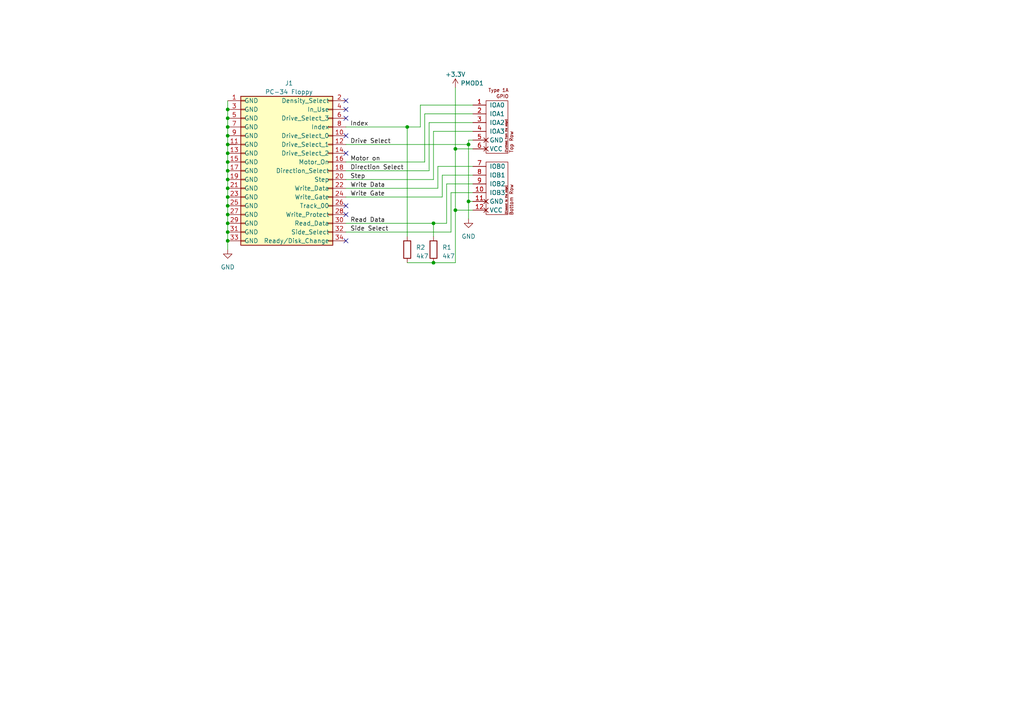
<source format=kicad_sch>
(kicad_sch (version 20230121) (generator eeschema)
  (paper "A4")
  (lib_symbols
    (symbol "Connector_Generic:Conn_02x17_Odd_Even" (pin_names (offset 1.016))
      (property "Reference" "J1" (at 1.27 25.4 0))
      (property "Value" "PC-34 Floppy" (at 1.27 22.86 0))
      (symbol "Conn_02x17_Odd_Even_1_0"
        (pin power_in line (at -16.51 7.62 0) (length 2.54) (name "") (number ""))
      )
      (symbol "Conn_02x17_Odd_Even_1_1"
        (rectangle (start -12.7 -20.193) (end -11.43 -20.447) (stroke (width 0.1524)))
        (rectangle (start -12.7 -17.653) (end -11.43 -17.907) (stroke (width 0.1524)))
        (rectangle (start -12.7 -15.113) (end -11.43 -15.367) (stroke (width 0.1524)))
        (rectangle (start -12.7 -12.573) (end -11.43 -12.827) (stroke (width 0.1524)))
        (rectangle (start -12.7 -10.033) (end -11.43 -10.287) (stroke (width 0.1524)))
        (rectangle (start -12.7 -7.493) (end -11.43 -7.747) (stroke (width 0.1524)))
        (rectangle (start -12.7 -4.953) (end -11.43 -5.207) (stroke (width 0.1524)))
        (rectangle (start -12.7 -2.413) (end -11.43 -2.667) (stroke (width 0.1524)))
        (rectangle (start -12.7 0.127) (end -11.43 -0.127) (stroke (width 0.1524)))
        (rectangle (start -12.7 2.667) (end -11.43 2.413) (stroke (width 0.1524)))
        (rectangle (start -12.7 5.207) (end -11.43 4.953) (stroke (width 0.1524)))
        (rectangle (start -12.7 7.747) (end -11.43 7.493) (stroke (width 0.1524)))
        (rectangle (start -12.7 10.287) (end -11.43 10.033) (stroke (width 0.1524)))
        (rectangle (start -12.7 12.827) (end -11.43 12.573) (stroke (width 0.1524)))
        (rectangle (start -12.7 15.367) (end -11.43 15.113) (stroke (width 0.1524)))
        (rectangle (start -12.7 17.907) (end -11.43 17.653) (stroke (width 0.1524)))
        (rectangle (start -12.7 20.447) (end -11.43 20.193) (stroke (width 0.1524)))
        (rectangle (start -12.7 21.59) (end 13.97 -21.59) (stroke (width 0.254)) (fill (type background)))
        (rectangle (start 13.97 -20.193) (end 12.7 -20.447) (stroke (width 0.1524)))
        (rectangle (start 13.97 -17.653) (end 12.7 -17.907) (stroke (width 0.1524)))
        (rectangle (start 13.97 -15.113) (end 12.7 -15.367) (stroke (width 0.1524)))
        (rectangle (start 13.97 -12.573) (end 12.7 -12.827) (stroke (width 0.1524)))
        (rectangle (start 13.97 -10.033) (end 12.7 -10.287) (stroke (width 0.1524)))
        (rectangle (start 13.97 -7.493) (end 12.7 -7.747) (stroke (width 0.1524)))
        (rectangle (start 13.97 -4.953) (end 12.7 -5.207) (stroke (width 0.1524)))
        (rectangle (start 13.97 -2.413) (end 12.7 -2.667) (stroke (width 0.1524)))
        (rectangle (start 13.97 0.127) (end 12.7 -0.127) (stroke (width 0.1524)))
        (rectangle (start 13.97 2.667) (end 12.7 2.413) (stroke (width 0.1524)))
        (rectangle (start 13.97 5.207) (end 12.7 4.953) (stroke (width 0.1524)))
        (rectangle (start 13.97 7.747) (end 12.7 7.493) (stroke (width 0.1524)))
        (rectangle (start 13.97 10.287) (end 12.7 10.033) (stroke (width 0.1524)))
        (rectangle (start 13.97 12.827) (end 12.7 12.573) (stroke (width 0.1524)))
        (rectangle (start 13.97 15.367) (end 12.7 15.113) (stroke (width 0.1524)))
        (rectangle (start 13.97 17.907) (end 12.7 17.653) (stroke (width 0.1524)))
        (rectangle (start 13.97 20.447) (end 12.7 20.193) (stroke (width 0.1524)))
        (pin power_in line (at -16.51 20.32 0) (length 3.81) (name "GND") (number "1"))
        (pin input line (at 17.78 10.16 180) (length 3.81) (name "Drive_Select_0") (number "10"))
        (pin power_in line (at -16.51 7.62 0) (length 3.81) (name "GND") (number "11"))
        (pin input line (at 17.78 7.62 180) (length 3.81) (name "Drive_Select_1") (number "12"))
        (pin power_in line (at -16.51 5.08 0) (length 3.81) (name "GND") (number "13"))
        (pin input line (at 17.78 5.08 180) (length 3.81) (name "Drive_Select_2") (number "14"))
        (pin power_in line (at -16.51 2.54 0) (length 3.81) (name "GND") (number "15"))
        (pin input line (at 17.78 2.54 180) (length 3.81) (name "Motor_On") (number "16"))
        (pin power_in line (at -16.51 0 0) (length 3.81) (name "GND") (number "17"))
        (pin input line (at 17.78 0 180) (length 3.81) (name "Direction_Select") (number "18"))
        (pin power_in line (at -16.51 -2.54 0) (length 3.81) (name "GND") (number "19"))
        (pin input line (at 17.78 20.32 180) (length 3.81) (name "Density_Select") (number "2"))
        (pin input line (at 17.78 -2.54 180) (length 3.81) (name "Step") (number "20"))
        (pin power_in line (at -16.51 -5.08 0) (length 3.81) (name "GND") (number "21"))
        (pin input line (at 17.78 -5.08 180) (length 3.81) (name "Write_Data") (number "22"))
        (pin power_in line (at -16.51 -7.62 0) (length 3.81) (name "GND") (number "23"))
        (pin input line (at 17.78 -7.62 180) (length 3.81) (name "Write_Gate") (number "24"))
        (pin power_in line (at -16.51 -10.16 0) (length 3.81) (name "GND") (number "25"))
        (pin open_collector line (at 17.78 -10.16 180) (length 3.81) (name "Track_00") (number "26"))
        (pin power_in line (at -16.51 -12.7 0) (length 3.81) (name "GND") (number "27"))
        (pin open_collector line (at 17.78 -12.7 180) (length 3.81) (name "Write_Protect") (number "28"))
        (pin power_in line (at -16.51 -15.24 0) (length 3.81) (name "GND") (number "29"))
        (pin power_in line (at -16.51 17.78 0) (length 3.81) (name "GND") (number "3"))
        (pin open_collector line (at 17.78 -15.24 180) (length 3.81) (name "Read_Data") (number "30"))
        (pin power_in line (at -16.51 -17.78 0) (length 3.81) (name "GND") (number "31"))
        (pin input line (at 17.78 -17.78 180) (length 3.81) (name "Side_Select") (number "32"))
        (pin power_in line (at -16.51 -20.32 0) (length 3.81) (name "GND") (number "33"))
        (pin open_collector line (at 17.78 -20.32 180) (length 3.81) (name "Ready/Disk_Change") (number "34"))
        (pin input line (at 17.78 17.78 180) (length 3.81) (name "In_Use") (number "4"))
        (pin power_in line (at -16.51 15.24 0) (length 3.81) (name "GND") (number "5"))
        (pin input line (at 17.78 15.24 180) (length 3.81) (name "Drive_Select_3") (number "6"))
        (pin power_in line (at -16.51 12.7 0) (length 3.81) (name "GND") (number "7"))
        (pin open_collector line (at 17.78 12.7 180) (length 3.81) (name "Index") (number "8"))
        (pin power_in line (at -16.51 10.16 0) (length 3.81) (name "GND") (number "9"))
      )
    )
    (symbol "Device:R" (pin_numbers hide) (pin_names (offset 0))
      (property "Reference" "R" (at 2.032 0 90))
      (property "Value" "R" (at 0 0 90))
      (symbol "R_0_1"
        (rectangle (start -1.016 -2.54) (end 1.016 2.54) (stroke (width 0.254)))
      )
      (symbol "R_1_1"
        (pin passive line (at 0 3.81 270) (length 1.27) (name "~") (number "1"))
        (pin passive line (at 0 -3.81 90) (length 1.27) (name "~") (number "2"))
      )
    )
    (symbol "pmod:PMOD-Device-x2-Type-1A-GPIO" (pin_names (offset 1.016))
      (property "Reference" "PMOD1" (at 4.0081 20.32 0))
      (symbol "PMOD-Device-x2-Type-1A-GPIO_0_0"
        (text "(Closest to the edge)" (at -5.842 -13.462 900) (effects (font (size 0.508 0.508))))
        (text "(Furthest from the edge)" (at -5.842 5.08 900) (effects (font (size 0.508 0.508))))
        (text "Bottom Row" (at -7.366 -13.462 900) (effects (font (size 0.9906 0.9906))))
        (text "GPIO" (at -6.604 16.51 0) (effects (font (size 0.9906 0.9906)) (justify left)))
        (text "Top Row" (at -7.366 3.302 900) (effects (font (size 0.9906 0.9906))))
        (text "Type 1A" (at -6.604 18.288 0) (effects (font (size 0.9906 0.9906)) (justify left)))
      )
      (symbol "PMOD-Device-x2-Type-1A-GPIO_0_1"
        (rectangle (start -6.35 -2.54) (end 0 -17.78))
        (rectangle (start 0 15.24) (end -6.35 0))
      )
      (symbol "PMOD-Device-x2-Type-1A-GPIO_1_1"
        (pin bidirectional line (at 3.81 13.97 180) (length 3.81) (name "IOA0") (number "1"))
        (pin bidirectional line (at 3.81 -11.43 180) (length 3.81) (name "IOB3") (number "10"))
        (pin passive non_logic (at 3.81 -13.97 180) (length 3.81) (name "GND") (number "11"))
        (pin passive non_logic (at 3.81 -16.51 180) (length 3.81) (name "VCC") (number "12"))
        (pin bidirectional line (at 3.81 11.43 180) (length 3.81) (name "IOA1") (number "2"))
        (pin bidirectional line (at 3.81 8.89 180) (length 3.81) (name "IOA2") (number "3"))
        (pin bidirectional line (at 3.81 6.35 180) (length 3.81) (name "IOA3") (number "4"))
        (pin power_out non_logic (at 3.81 3.81 180) (length 3.81) (name "GND") (number "5"))
        (pin power_out non_logic (at 3.81 1.27 180) (length 3.81) (name "VCC") (number "6"))
        (pin bidirectional line (at 3.81 -3.81 180) (length 3.81) (name "IOB0") (number "7"))
        (pin bidirectional line (at 3.81 -6.35 180) (length 3.81) (name "IOB1") (number "8"))
        (pin bidirectional line (at 3.81 -8.89 180) (length 3.81) (name "IOB2") (number "9"))
      )
    )
    (symbol "power:+3.3V" (power) (pin_names (offset 0))
      (property "Value" "+3.3V" (at 0 3.556 0))
      (symbol "+3.3V_0_1"
        (polyline (pts (xy -0.762 1.27) (xy 0 2.54)))
        (polyline (pts (xy 0 0) (xy 0 2.54)))
        (polyline (pts (xy 0 2.54) (xy 0.762 1.27)))
      )
      (symbol "+3.3V_1_1"
        (pin power_in line (at 0 0 90) (length 0) hide (name "+3.3V") (number "1"))
      )
    )
    (symbol "power:GND" (power) (pin_names (offset 0))
      (property "Value" "GND" (at 0 -3.81 0))
      (symbol "GND_0_1"
        (polyline (pts (xy 0 0) (xy 0 -1.27) (xy 1.27 -1.27) (xy 0 -2.54) (xy -1.27 -1.27) (xy 0 -1.27)))
      )
      (symbol "GND_1_1"
        (pin power_in line (at 0 0 270) (length 0) hide (name "GND") (number "1"))
      )
    )
  )
  (junction (at 66.04 44.45))
  (junction (at 135.89 41.91))
  (junction (at 66.04 67.31))
  (junction (at 118.11 36.83))
  (junction (at 66.04 31.75))
  (junction (at 125.73 76.2))
  (junction (at 135.89 58.42))
  (junction (at 66.04 34.29))
  (junction (at 132.08 60.96))
  (junction (at 66.04 64.77))
  (junction (at 66.04 39.37))
  (junction (at 66.04 54.61))
  (junction (at 66.04 62.23))
  (junction (at 125.73 64.77))
  (junction (at 66.04 49.53))
  (junction (at 66.04 52.07))
  (junction (at 66.04 57.15))
  (junction (at 66.04 41.91))
  (junction (at 66.04 59.69))
  (junction (at 132.08 43.18))
  (junction (at 66.04 36.83))
  (junction (at 66.04 69.85))
  (junction (at 66.04 46.99))
  (no_connect (at 100.33 34.29))
  (no_connect (at 100.33 29.21))
  (no_connect (at 100.33 59.69))
  (no_connect (at 100.33 39.37))
  (no_connect (at 100.33 31.75))
  (no_connect (at 100.33 69.85))
  (no_connect (at 100.33 44.45))
  (no_connect (at 100.33 62.23))
  (wire (pts (xy 66.04 44.45) (xy 66.04 46.99)))
  (wire (pts (xy 66.04 39.37) (xy 66.04 41.91)))
  (wire (pts (xy 123.19 33.02) (xy 123.19 46.99)))
  (wire (pts (xy 135.89 63.5) (xy 135.89 58.42)))
  (wire (pts (xy 66.04 69.85) (xy 66.04 72.39)))
  (wire (pts (xy 66.04 29.21) (xy 66.04 31.75)))
  (wire (pts (xy 135.89 40.64) (xy 137.16 40.64)))
  (wire (pts (xy 100.33 46.99) (xy 123.19 46.99)))
  (wire (pts (xy 135.89 41.91) (xy 135.89 40.64)))
  (wire (pts (xy 100.33 64.77) (xy 125.73 64.77)))
  (wire (pts (xy 127 48.26) (xy 137.16 48.26)))
  (wire (pts (xy 100.33 41.91) (xy 135.89 41.91)))
  (wire (pts (xy 124.46 35.56) (xy 124.46 49.53)))
  (wire (pts (xy 125.73 64.77) (xy 129.54 64.77)))
  (wire (pts (xy 66.04 59.69) (xy 66.04 62.23)))
  (wire (pts (xy 125.73 38.1) (xy 125.73 52.07)))
  (wire (pts (xy 100.33 52.07) (xy 125.73 52.07)))
  (wire (pts (xy 66.04 34.29) (xy 66.04 36.83)))
  (wire (pts (xy 100.33 36.83) (xy 118.11 36.83)))
  (wire (pts (xy 100.33 54.61) (xy 127 54.61)))
  (wire (pts (xy 66.04 67.31) (xy 66.04 69.85)))
  (wire (pts (xy 66.04 31.75) (xy 66.04 34.29)))
  (wire (pts (xy 121.92 36.83) (xy 121.92 30.48)))
  (wire (pts (xy 128.27 50.8) (xy 137.16 50.8)))
  (wire (pts (xy 66.04 57.15) (xy 66.04 59.69)))
  (wire (pts (xy 132.08 60.96) (xy 132.08 76.2)))
  (wire (pts (xy 135.89 58.42) (xy 137.16 58.42)))
  (wire (pts (xy 125.73 38.1) (xy 137.16 38.1)))
  (wire (pts (xy 129.54 53.34) (xy 129.54 64.77)))
  (wire (pts (xy 121.92 30.48) (xy 137.16 30.48)))
  (wire (pts (xy 137.16 53.34) (xy 129.54 53.34)))
  (wire (pts (xy 66.04 41.91) (xy 66.04 44.45)))
  (wire (pts (xy 118.11 76.2) (xy 125.73 76.2)))
  (wire (pts (xy 135.89 58.42) (xy 135.89 41.91)))
  (wire (pts (xy 118.11 68.58) (xy 118.11 36.83)))
  (wire (pts (xy 128.27 50.8) (xy 128.27 57.15)))
  (wire (pts (xy 125.73 64.77) (xy 125.73 68.58)))
  (wire (pts (xy 66.04 36.83) (xy 66.04 39.37)))
  (wire (pts (xy 66.04 46.99) (xy 66.04 49.53)))
  (wire (pts (xy 132.08 60.96) (xy 137.16 60.96)))
  (wire (pts (xy 132.08 76.2) (xy 125.73 76.2)))
  (wire (pts (xy 66.04 62.23) (xy 66.04 64.77)))
  (wire (pts (xy 127 48.26) (xy 127 54.61)))
  (wire (pts (xy 66.04 49.53) (xy 66.04 52.07)))
  (wire (pts (xy 124.46 35.56) (xy 137.16 35.56)))
  (wire (pts (xy 66.04 54.61) (xy 66.04 57.15)))
  (wire (pts (xy 130.81 67.31) (xy 130.81 55.88)))
  (wire (pts (xy 123.19 33.02) (xy 137.16 33.02)))
  (wire (pts (xy 132.08 43.18) (xy 137.16 43.18)))
  (wire (pts (xy 132.08 43.18) (xy 132.08 60.96)))
  (wire (pts (xy 132.08 25.4) (xy 132.08 43.18)))
  (wire (pts (xy 100.33 49.53) (xy 124.46 49.53)))
  (wire (pts (xy 100.33 67.31) (xy 130.81 67.31)))
  (wire (pts (xy 130.81 55.88) (xy 137.16 55.88)))
  (wire (pts (xy 118.11 36.83) (xy 121.92 36.83)))
  (wire (pts (xy 66.04 52.07) (xy 66.04 54.61)))
  (wire (pts (xy 66.04 64.77) (xy 66.04 67.31)))
  (wire (pts (xy 100.33 57.15) (xy 128.27 57.15)))
  (label "Read Data" (at 101.6 64.77 0))
  (label "Motor on" (at 101.6 46.99 0))
  (label "Write Gate" (at 101.6 57.15 0))
  (label "Side Select" (at 101.6 67.31 0))
  (label "Direction Select" (at 101.6 49.53 0))
  (label "Drive Select" (at 101.6 41.91 0))
  (label "Step" (at 101.6 52.07 0))
  (label "Index" (at 101.6 36.83 0))
  (label "Write Data" (at 101.6 54.61 0))
  (symbol (lib_id "power:+3.3V") (at 132.08 25.4 0) (unit 1)
    (property "Reference" "#PWR03" (effects hide))
    (property "Value" "+3.3V" (at 132.08 21.59 0))
  )
  (symbol (lib_id "power:GND") (at 66.04 72.39 0) (unit 1)
    (property "Reference" "#PWR01" (effects hide))
    (property "Value" "GND" (at 66.04 77.47 0))
  )
  (symbol (lib_id "power:GND") (at 135.89 63.5 0) (unit 1)
    (property "Reference" "#PWR02" (effects hide))
    (property "Value" "GND" (at 135.89 68.58 0))
  )
  (symbol (lib_id "Device:R") (at 118.11 72.39 0) (unit 1)
    (property "Reference" "R2" (at 120.65 71.755 0) (effects (justify left)))
    (property "Value" "4k7" (at 120.65 74.295 0) (effects (justify left)))
    (property "Footprint" "Resistor_THT:R_Axial_DIN0207_L6.3mm_D2.5mm_P10.16mm_Horizontal" (effects hide))
  )
  (symbol (lib_id "Device:R") (at 125.73 72.39 0) (unit 1)
    (property "Reference" "R1" (at 128.27 71.755 0) (effects (justify left)))
    (property "Value" "4k7" (at 128.27 74.295 0) (effects (justify left)))
    (property "Footprint" "Resistor_THT:R_Axial_DIN0207_L6.3mm_D2.5mm_P10.16mm_Horizontal" (effects hide))
  )
  (symbol (lib_id "pmod:PMOD-Device-x2-Type-1A-GPIO") (at 140.97 44.45 0) (mirror y) (unit 1)
    (property "Reference" "PMOD1" (at 136.9619 24.13 0))
    (property "Value" "PMOD-Device-x2-Type-1A-GPIO" (effects hide))
    (property "Footprint" "kicad-pmod:pmod_pin_array_6x2" (effects hide))
    (property "Datasheet" "https://docs.google.com/a/mithis.com/spreadsheets/d/1D-GboyrP57VVpejQzEm0P1WEORo1LAIt92hk1bZGEoo/edit#gid=0" (effects hide))
  )
  (symbol (lib_id "Connector_Generic:Conn_02x17_Odd_Even") (at 82.55 49.53 0) (unit 1)
    (property "Reference" "J1" (at 83.82 24.13 0))
    (property "Value" "PC-34 Floppy" (at 83.82 26.67 0))
    (property "Footprint" "Connector_IDC:IDC-Header_2x17_P2.54mm_Vertical" (effects hide))
  )
)
</source>
